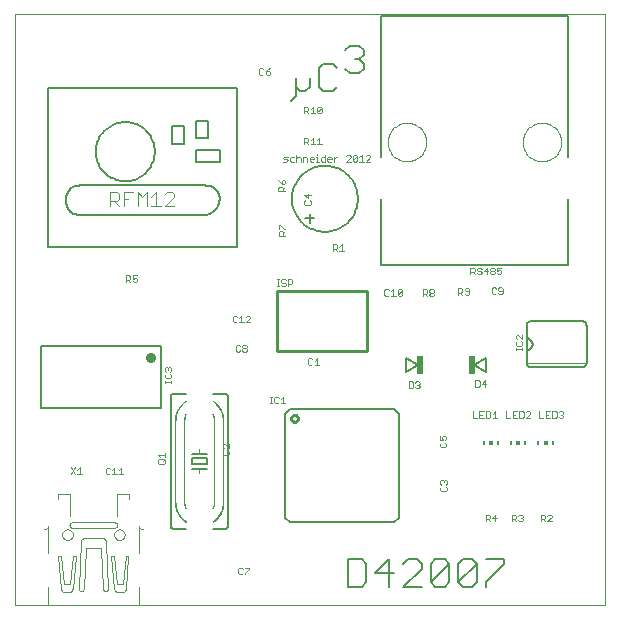
<source format=gto>
G75*
G70*
%OFA0B0*%
%FSLAX24Y24*%
%IPPOS*%
%LPD*%
%AMOC8*
5,1,8,0,0,1.08239X$1,22.5*
%
%ADD10C,0.0000*%
%ADD11C,0.0080*%
%ADD12C,0.0020*%
%ADD13C,0.0001*%
%ADD14C,0.0060*%
%ADD15C,0.0100*%
%ADD16C,0.0050*%
%ADD17C,0.0040*%
%ADD18C,0.0348*%
%ADD19R,0.0059X0.0118*%
%ADD20R,0.0118X0.0118*%
%ADD21R,0.0240X0.0620*%
D10*
X000877Y000978D02*
X000877Y020663D01*
X020562Y020663D01*
X020562Y000978D01*
X000877Y000978D01*
X002456Y003313D02*
X002458Y003339D01*
X002464Y003365D01*
X002474Y003390D01*
X002487Y003413D01*
X002503Y003433D01*
X002523Y003451D01*
X002545Y003466D01*
X002568Y003478D01*
X002594Y003486D01*
X002620Y003490D01*
X002646Y003490D01*
X002672Y003486D01*
X002698Y003478D01*
X002722Y003466D01*
X002743Y003451D01*
X002763Y003433D01*
X002779Y003413D01*
X002792Y003390D01*
X002802Y003365D01*
X002808Y003339D01*
X002810Y003313D01*
X002808Y003287D01*
X002802Y003261D01*
X002792Y003236D01*
X002779Y003213D01*
X002763Y003193D01*
X002743Y003175D01*
X002721Y003160D01*
X002698Y003148D01*
X002672Y003140D01*
X002646Y003136D01*
X002620Y003136D01*
X002594Y003140D01*
X002568Y003148D01*
X002544Y003160D01*
X002523Y003175D01*
X002503Y003193D01*
X002487Y003213D01*
X002474Y003236D01*
X002464Y003261D01*
X002458Y003287D01*
X002456Y003313D01*
X004188Y003313D02*
X004190Y003339D01*
X004196Y003365D01*
X004206Y003390D01*
X004219Y003413D01*
X004235Y003433D01*
X004255Y003451D01*
X004277Y003466D01*
X004300Y003478D01*
X004326Y003486D01*
X004352Y003490D01*
X004378Y003490D01*
X004404Y003486D01*
X004430Y003478D01*
X004454Y003466D01*
X004475Y003451D01*
X004495Y003433D01*
X004511Y003413D01*
X004524Y003390D01*
X004534Y003365D01*
X004540Y003339D01*
X004542Y003313D01*
X004540Y003287D01*
X004534Y003261D01*
X004524Y003236D01*
X004511Y003213D01*
X004495Y003193D01*
X004475Y003175D01*
X004453Y003160D01*
X004430Y003148D01*
X004404Y003140D01*
X004378Y003136D01*
X004352Y003136D01*
X004326Y003140D01*
X004300Y003148D01*
X004276Y003160D01*
X004255Y003175D01*
X004235Y003193D01*
X004219Y003213D01*
X004206Y003236D01*
X004196Y003261D01*
X004190Y003287D01*
X004188Y003313D01*
X013310Y016402D02*
X013312Y016452D01*
X013318Y016502D01*
X013328Y016551D01*
X013341Y016600D01*
X013359Y016647D01*
X013380Y016693D01*
X013404Y016736D01*
X013432Y016778D01*
X013463Y016818D01*
X013497Y016855D01*
X013534Y016889D01*
X013574Y016920D01*
X013616Y016948D01*
X013659Y016972D01*
X013705Y016993D01*
X013752Y017011D01*
X013801Y017024D01*
X013850Y017034D01*
X013900Y017040D01*
X013950Y017042D01*
X014000Y017040D01*
X014050Y017034D01*
X014099Y017024D01*
X014148Y017011D01*
X014195Y016993D01*
X014241Y016972D01*
X014284Y016948D01*
X014326Y016920D01*
X014366Y016889D01*
X014403Y016855D01*
X014437Y016818D01*
X014468Y016778D01*
X014496Y016736D01*
X014520Y016693D01*
X014541Y016647D01*
X014559Y016600D01*
X014572Y016551D01*
X014582Y016502D01*
X014588Y016452D01*
X014590Y016402D01*
X014588Y016352D01*
X014582Y016302D01*
X014572Y016253D01*
X014559Y016204D01*
X014541Y016157D01*
X014520Y016111D01*
X014496Y016068D01*
X014468Y016026D01*
X014437Y015986D01*
X014403Y015949D01*
X014366Y015915D01*
X014326Y015884D01*
X014284Y015856D01*
X014241Y015832D01*
X014195Y015811D01*
X014148Y015793D01*
X014099Y015780D01*
X014050Y015770D01*
X014000Y015764D01*
X013950Y015762D01*
X013900Y015764D01*
X013850Y015770D01*
X013801Y015780D01*
X013752Y015793D01*
X013705Y015811D01*
X013659Y015832D01*
X013616Y015856D01*
X013574Y015884D01*
X013534Y015915D01*
X013497Y015949D01*
X013463Y015986D01*
X013432Y016026D01*
X013404Y016068D01*
X013380Y016111D01*
X013359Y016157D01*
X013341Y016204D01*
X013328Y016253D01*
X013318Y016302D01*
X013312Y016352D01*
X013310Y016402D01*
X017810Y016402D02*
X017812Y016452D01*
X017818Y016502D01*
X017828Y016551D01*
X017841Y016600D01*
X017859Y016647D01*
X017880Y016693D01*
X017904Y016736D01*
X017932Y016778D01*
X017963Y016818D01*
X017997Y016855D01*
X018034Y016889D01*
X018074Y016920D01*
X018116Y016948D01*
X018159Y016972D01*
X018205Y016993D01*
X018252Y017011D01*
X018301Y017024D01*
X018350Y017034D01*
X018400Y017040D01*
X018450Y017042D01*
X018500Y017040D01*
X018550Y017034D01*
X018599Y017024D01*
X018648Y017011D01*
X018695Y016993D01*
X018741Y016972D01*
X018784Y016948D01*
X018826Y016920D01*
X018866Y016889D01*
X018903Y016855D01*
X018937Y016818D01*
X018968Y016778D01*
X018996Y016736D01*
X019020Y016693D01*
X019041Y016647D01*
X019059Y016600D01*
X019072Y016551D01*
X019082Y016502D01*
X019088Y016452D01*
X019090Y016402D01*
X019088Y016352D01*
X019082Y016302D01*
X019072Y016253D01*
X019059Y016204D01*
X019041Y016157D01*
X019020Y016111D01*
X018996Y016068D01*
X018968Y016026D01*
X018937Y015986D01*
X018903Y015949D01*
X018866Y015915D01*
X018826Y015884D01*
X018784Y015856D01*
X018741Y015832D01*
X018695Y015811D01*
X018648Y015793D01*
X018599Y015780D01*
X018550Y015770D01*
X018500Y015764D01*
X018450Y015762D01*
X018400Y015764D01*
X018350Y015770D01*
X018301Y015780D01*
X018252Y015793D01*
X018205Y015811D01*
X018159Y015832D01*
X018116Y015856D01*
X018074Y015884D01*
X018034Y015915D01*
X017997Y015949D01*
X017963Y015986D01*
X017932Y016026D01*
X017904Y016068D01*
X017880Y016111D01*
X017859Y016157D01*
X017841Y016204D01*
X017828Y016253D01*
X017818Y016302D01*
X017812Y016352D01*
X017810Y016402D01*
D11*
X019311Y015895D02*
X019311Y020615D01*
X013090Y020615D01*
X013090Y015891D01*
X013090Y014513D02*
X013090Y012308D01*
X019311Y012308D01*
X019311Y014517D01*
X016587Y009198D02*
X016587Y008725D01*
X016194Y008961D01*
X016587Y009198D01*
X014317Y008978D02*
X013923Y009214D01*
X013923Y008742D01*
X014317Y008978D01*
X013512Y007503D02*
X013670Y007346D01*
X013670Y003881D01*
X013512Y003724D01*
X010048Y003724D01*
X009890Y003881D01*
X009890Y007346D01*
X010048Y007503D01*
X013512Y007503D01*
X013361Y002490D02*
X012901Y002029D01*
X013514Y002029D01*
X013821Y002336D02*
X013975Y002490D01*
X014282Y002490D01*
X014435Y002336D01*
X014435Y002183D01*
X013821Y001569D01*
X014435Y001569D01*
X014742Y001722D02*
X015356Y002336D01*
X015356Y001722D01*
X015202Y001569D01*
X014896Y001569D01*
X014742Y001722D01*
X014742Y002336D01*
X014896Y002490D01*
X015202Y002490D01*
X015356Y002336D01*
X015663Y002336D02*
X015816Y002490D01*
X016123Y002490D01*
X016277Y002336D01*
X015663Y001722D01*
X015816Y001569D01*
X016123Y001569D01*
X016277Y001722D01*
X016277Y002336D01*
X016584Y002490D02*
X017197Y002490D01*
X017197Y002336D01*
X016584Y001722D01*
X016584Y001569D01*
X015663Y001722D02*
X015663Y002336D01*
X013361Y002490D02*
X013361Y001569D01*
X012594Y001722D02*
X012594Y002336D01*
X012440Y002490D01*
X011980Y002490D01*
X011980Y001569D01*
X012440Y001569D01*
X012594Y001722D01*
X005757Y007541D02*
X005757Y009589D01*
X001741Y009589D01*
X001741Y007541D01*
X005757Y007541D01*
X010090Y017783D02*
X010244Y017936D01*
X010244Y018243D01*
X010397Y018089D01*
X010551Y018089D01*
X010704Y018243D01*
X010704Y018550D01*
X011011Y018857D02*
X011011Y018243D01*
X011165Y018089D01*
X011472Y018089D01*
X011625Y018243D01*
X012055Y018695D02*
X011901Y018848D01*
X012055Y018695D02*
X012361Y018695D01*
X012515Y018848D01*
X012515Y019002D01*
X012361Y019155D01*
X012208Y019155D01*
X012361Y019155D02*
X012515Y019309D01*
X012515Y019462D01*
X012361Y019616D01*
X012055Y019616D01*
X011901Y019462D01*
X011472Y019010D02*
X011165Y019010D01*
X011011Y018857D01*
X011472Y019010D02*
X011625Y018857D01*
X010244Y018550D02*
X010244Y018243D01*
D12*
X010519Y017574D02*
X010629Y017574D01*
X010666Y017537D01*
X010666Y017464D01*
X010629Y017427D01*
X010519Y017427D01*
X010592Y017427D02*
X010666Y017354D01*
X010740Y017354D02*
X010886Y017354D01*
X010813Y017354D02*
X010813Y017574D01*
X010740Y017501D01*
X010961Y017537D02*
X010997Y017574D01*
X011071Y017574D01*
X011107Y017537D01*
X010961Y017390D01*
X010997Y017354D01*
X011071Y017354D01*
X011107Y017390D01*
X011107Y017537D01*
X010961Y017537D02*
X010961Y017390D01*
X010519Y017354D02*
X010519Y017574D01*
X010519Y016550D02*
X010629Y016550D01*
X010666Y016514D01*
X010666Y016440D01*
X010629Y016404D01*
X010519Y016404D01*
X010592Y016404D02*
X010666Y016330D01*
X010740Y016330D02*
X010886Y016330D01*
X010813Y016330D02*
X010813Y016550D01*
X010740Y016477D01*
X010961Y016477D02*
X011034Y016550D01*
X011034Y016330D01*
X010961Y016330D02*
X011107Y016330D01*
X010965Y016008D02*
X010965Y015972D01*
X010965Y015898D02*
X010965Y015751D01*
X010929Y015751D02*
X011002Y015751D01*
X011076Y015788D02*
X011113Y015751D01*
X011223Y015751D01*
X011223Y015972D01*
X011223Y015898D02*
X011113Y015898D01*
X011076Y015861D01*
X011076Y015788D01*
X010965Y015898D02*
X010929Y015898D01*
X010855Y015861D02*
X010855Y015825D01*
X010708Y015825D01*
X010708Y015861D02*
X010744Y015898D01*
X010818Y015898D01*
X010855Y015861D01*
X010818Y015751D02*
X010744Y015751D01*
X010708Y015788D01*
X010708Y015861D01*
X010634Y015861D02*
X010634Y015751D01*
X010634Y015861D02*
X010597Y015898D01*
X010487Y015898D01*
X010487Y015751D01*
X010413Y015751D02*
X010413Y015861D01*
X010376Y015898D01*
X010303Y015898D01*
X010266Y015861D01*
X010192Y015898D02*
X010082Y015898D01*
X010045Y015861D01*
X010045Y015788D01*
X010082Y015751D01*
X010192Y015751D01*
X010266Y015751D02*
X010266Y015972D01*
X009971Y015898D02*
X009861Y015898D01*
X009824Y015861D01*
X009861Y015825D01*
X009934Y015825D01*
X009971Y015788D01*
X009934Y015751D01*
X009824Y015751D01*
X009812Y015141D02*
X009775Y015104D01*
X009775Y014994D01*
X009848Y014994D01*
X009885Y015031D01*
X009885Y015104D01*
X009848Y015141D01*
X009812Y015141D01*
X009702Y015067D02*
X009775Y014994D01*
X009775Y014920D02*
X009812Y014883D01*
X009812Y014773D01*
X009885Y014773D02*
X009665Y014773D01*
X009665Y014883D01*
X009702Y014920D01*
X009775Y014920D01*
X009812Y014846D02*
X009885Y014920D01*
X009702Y015067D02*
X009665Y015141D01*
X010525Y014639D02*
X010636Y014528D01*
X010636Y014675D01*
X010746Y014639D02*
X010525Y014639D01*
X010562Y014454D02*
X010525Y014418D01*
X010525Y014344D01*
X010562Y014307D01*
X010709Y014307D01*
X010746Y014344D01*
X010746Y014418D01*
X010709Y014454D01*
X009893Y013502D02*
X009857Y013502D01*
X009710Y013649D01*
X009673Y013649D01*
X009673Y013502D01*
X009710Y013428D02*
X009673Y013391D01*
X009673Y013281D01*
X009893Y013281D01*
X009820Y013281D02*
X009820Y013391D01*
X009783Y013428D01*
X009710Y013428D01*
X009820Y013355D02*
X009893Y013428D01*
X009868Y011824D02*
X009794Y011824D01*
X009758Y011787D01*
X009758Y011751D01*
X009794Y011714D01*
X009868Y011714D01*
X009904Y011677D01*
X009904Y011641D01*
X009868Y011604D01*
X009794Y011604D01*
X009758Y011641D01*
X009684Y011604D02*
X009610Y011604D01*
X009647Y011604D02*
X009647Y011824D01*
X009610Y011824D02*
X009684Y011824D01*
X009868Y011824D02*
X009904Y011787D01*
X009979Y011824D02*
X010089Y011824D01*
X010125Y011787D01*
X010125Y011714D01*
X010089Y011677D01*
X009979Y011677D01*
X009979Y011604D02*
X009979Y011824D01*
X008723Y010574D02*
X008687Y010611D01*
X008613Y010611D01*
X008577Y010574D01*
X008723Y010574D02*
X008723Y010538D01*
X008577Y010391D01*
X008723Y010391D01*
X008502Y010391D02*
X008356Y010391D01*
X008429Y010391D02*
X008429Y010611D01*
X008356Y010538D01*
X008281Y010574D02*
X008245Y010611D01*
X008171Y010611D01*
X008135Y010574D01*
X008135Y010428D01*
X008171Y010391D01*
X008245Y010391D01*
X008281Y010428D01*
X008280Y009638D02*
X008244Y009601D01*
X008244Y009454D01*
X008280Y009418D01*
X008354Y009418D01*
X008390Y009454D01*
X008465Y009454D02*
X008465Y009491D01*
X008501Y009528D01*
X008575Y009528D01*
X008611Y009491D01*
X008611Y009454D01*
X008575Y009418D01*
X008501Y009418D01*
X008465Y009454D01*
X008501Y009528D02*
X008465Y009564D01*
X008465Y009601D01*
X008501Y009638D01*
X008575Y009638D01*
X008611Y009601D01*
X008611Y009564D01*
X008575Y009528D01*
X008390Y009601D02*
X008354Y009638D01*
X008280Y009638D01*
X009380Y007909D02*
X009453Y007909D01*
X009416Y007909D02*
X009416Y007688D01*
X009380Y007688D02*
X009453Y007688D01*
X009527Y007725D02*
X009527Y007872D01*
X009564Y007909D01*
X009637Y007909D01*
X009674Y007872D01*
X009748Y007835D02*
X009821Y007909D01*
X009821Y007688D01*
X009748Y007688D02*
X009895Y007688D01*
X009674Y007725D02*
X009637Y007688D01*
X009564Y007688D01*
X009527Y007725D01*
X010689Y008970D02*
X010763Y008970D01*
X010799Y009007D01*
X010874Y008970D02*
X011020Y008970D01*
X010947Y008970D02*
X010947Y009191D01*
X010874Y009117D01*
X010799Y009154D02*
X010763Y009191D01*
X010689Y009191D01*
X010653Y009154D01*
X010653Y009007D01*
X010689Y008970D01*
X013201Y011316D02*
X013201Y011463D01*
X013238Y011500D01*
X013311Y011500D01*
X013348Y011463D01*
X013422Y011426D02*
X013495Y011500D01*
X013495Y011279D01*
X013422Y011279D02*
X013569Y011279D01*
X013643Y011316D02*
X013790Y011463D01*
X013790Y011316D01*
X013753Y011279D01*
X013680Y011279D01*
X013643Y011316D01*
X013643Y011463D01*
X013680Y011500D01*
X013753Y011500D01*
X013790Y011463D01*
X013348Y011316D02*
X013311Y011279D01*
X013238Y011279D01*
X013201Y011316D01*
X014478Y011344D02*
X014588Y011344D01*
X014625Y011381D01*
X014625Y011455D01*
X014588Y011491D01*
X014478Y011491D01*
X014478Y011271D01*
X014551Y011344D02*
X014625Y011271D01*
X014699Y011308D02*
X014699Y011344D01*
X014735Y011381D01*
X014809Y011381D01*
X014846Y011344D01*
X014846Y011308D01*
X014809Y011271D01*
X014735Y011271D01*
X014699Y011308D01*
X014735Y011381D02*
X014699Y011418D01*
X014699Y011455D01*
X014735Y011491D01*
X014809Y011491D01*
X014846Y011455D01*
X014846Y011418D01*
X014809Y011381D01*
X015651Y011386D02*
X015761Y011386D01*
X015798Y011423D01*
X015798Y011496D01*
X015761Y011533D01*
X015651Y011533D01*
X015651Y011312D01*
X015725Y011386D02*
X015798Y011312D01*
X015872Y011349D02*
X015909Y011312D01*
X015982Y011312D01*
X016019Y011349D01*
X016019Y011496D01*
X015982Y011533D01*
X015909Y011533D01*
X015872Y011496D01*
X015872Y011459D01*
X015909Y011423D01*
X016019Y011423D01*
X016067Y011992D02*
X016067Y012212D01*
X016177Y012212D01*
X016214Y012175D01*
X016214Y012102D01*
X016177Y012065D01*
X016067Y012065D01*
X016141Y012065D02*
X016214Y011992D01*
X016288Y012029D02*
X016325Y011992D01*
X016398Y011992D01*
X016435Y012029D01*
X016435Y012065D01*
X016398Y012102D01*
X016325Y012102D01*
X016288Y012139D01*
X016288Y012175D01*
X016325Y012212D01*
X016398Y012212D01*
X016435Y012175D01*
X016509Y012102D02*
X016656Y012102D01*
X016730Y012065D02*
X016767Y012102D01*
X016840Y012102D01*
X016877Y012065D01*
X016877Y012029D01*
X016840Y011992D01*
X016767Y011992D01*
X016730Y012029D01*
X016730Y012065D01*
X016767Y012102D02*
X016730Y012139D01*
X016730Y012175D01*
X016767Y012212D01*
X016840Y012212D01*
X016877Y012175D01*
X016877Y012139D01*
X016840Y012102D01*
X016951Y012102D02*
X017024Y012139D01*
X017061Y012139D01*
X017098Y012102D01*
X017098Y012029D01*
X017061Y011992D01*
X016988Y011992D01*
X016951Y012029D01*
X016951Y012102D02*
X016951Y012212D01*
X017098Y012212D01*
X016619Y012212D02*
X016509Y012102D01*
X016619Y011992D02*
X016619Y012212D01*
X016804Y011555D02*
X016768Y011518D01*
X016768Y011372D01*
X016804Y011335D01*
X016878Y011335D01*
X016914Y011372D01*
X016989Y011372D02*
X017025Y011335D01*
X017099Y011335D01*
X017135Y011372D01*
X017135Y011518D01*
X017099Y011555D01*
X017025Y011555D01*
X016989Y011518D01*
X016989Y011482D01*
X017025Y011445D01*
X017135Y011445D01*
X016914Y011518D02*
X016878Y011555D01*
X016804Y011555D01*
X017610Y009980D02*
X017573Y009943D01*
X017573Y009870D01*
X017610Y009833D01*
X017610Y009759D02*
X017573Y009722D01*
X017573Y009649D01*
X017610Y009612D01*
X017756Y009612D01*
X017793Y009649D01*
X017793Y009722D01*
X017756Y009759D01*
X017793Y009833D02*
X017646Y009980D01*
X017610Y009980D01*
X017793Y009980D02*
X017793Y009833D01*
X017793Y009538D02*
X017793Y009465D01*
X017793Y009502D02*
X017573Y009502D01*
X017573Y009538D02*
X017573Y009465D01*
X017935Y009033D02*
X019935Y009033D01*
X019122Y007424D02*
X019159Y007388D01*
X019159Y007351D01*
X019122Y007314D01*
X019159Y007278D01*
X019159Y007241D01*
X019122Y007204D01*
X019049Y007204D01*
X019012Y007241D01*
X018938Y007241D02*
X018938Y007388D01*
X018901Y007424D01*
X018791Y007424D01*
X018791Y007204D01*
X018901Y007204D01*
X018938Y007241D01*
X019012Y007388D02*
X019049Y007424D01*
X019122Y007424D01*
X019122Y007314D02*
X019086Y007314D01*
X018717Y007204D02*
X018570Y007204D01*
X018570Y007424D01*
X018717Y007424D01*
X018644Y007314D02*
X018570Y007314D01*
X018496Y007204D02*
X018349Y007204D01*
X018349Y007424D01*
X018057Y007388D02*
X018020Y007424D01*
X017947Y007424D01*
X017910Y007388D01*
X017836Y007388D02*
X017799Y007424D01*
X017689Y007424D01*
X017689Y007204D01*
X017799Y007204D01*
X017836Y007241D01*
X017836Y007388D01*
X017910Y007204D02*
X018057Y007351D01*
X018057Y007388D01*
X018057Y007204D02*
X017910Y007204D01*
X017615Y007204D02*
X017468Y007204D01*
X017468Y007424D01*
X017615Y007424D01*
X017541Y007314D02*
X017468Y007314D01*
X017394Y007204D02*
X017247Y007204D01*
X017247Y007424D01*
X016954Y007204D02*
X016808Y007204D01*
X016881Y007204D02*
X016881Y007424D01*
X016808Y007351D01*
X016733Y007388D02*
X016697Y007424D01*
X016587Y007424D01*
X016587Y007204D01*
X016697Y007204D01*
X016733Y007241D01*
X016733Y007388D01*
X016512Y007424D02*
X016366Y007424D01*
X016366Y007204D01*
X016512Y007204D01*
X016439Y007314D02*
X016366Y007314D01*
X016291Y007204D02*
X016145Y007204D01*
X016145Y007424D01*
X016223Y008240D02*
X016333Y008240D01*
X016370Y008277D01*
X016370Y008424D01*
X016333Y008461D01*
X016223Y008461D01*
X016223Y008240D01*
X016444Y008350D02*
X016591Y008350D01*
X016554Y008240D02*
X016554Y008461D01*
X016444Y008350D01*
X015231Y006602D02*
X015157Y006602D01*
X015121Y006565D01*
X015121Y006529D01*
X015157Y006455D01*
X015047Y006455D01*
X015047Y006602D01*
X015231Y006602D02*
X015267Y006565D01*
X015267Y006492D01*
X015231Y006455D01*
X015231Y006381D02*
X015267Y006344D01*
X015267Y006271D01*
X015231Y006234D01*
X015084Y006234D01*
X015047Y006271D01*
X015047Y006344D01*
X015084Y006381D01*
X015101Y005133D02*
X015137Y005133D01*
X015174Y005096D01*
X015211Y005133D01*
X015247Y005133D01*
X015284Y005096D01*
X015284Y005023D01*
X015247Y004986D01*
X015247Y004912D02*
X015284Y004875D01*
X015284Y004802D01*
X015247Y004765D01*
X015101Y004765D01*
X015064Y004802D01*
X015064Y004875D01*
X015101Y004912D01*
X015101Y004986D02*
X015064Y005023D01*
X015064Y005096D01*
X015101Y005133D01*
X015174Y005096D02*
X015174Y005060D01*
X016569Y003980D02*
X016569Y003760D01*
X016569Y003833D02*
X016679Y003833D01*
X016716Y003870D01*
X016716Y003943D01*
X016679Y003980D01*
X016569Y003980D01*
X016642Y003833D02*
X016716Y003760D01*
X016790Y003870D02*
X016936Y003870D01*
X016900Y003980D02*
X016790Y003870D01*
X016900Y003760D02*
X016900Y003980D01*
X017442Y003981D02*
X017442Y003761D01*
X017442Y003834D02*
X017552Y003834D01*
X017589Y003871D01*
X017589Y003944D01*
X017552Y003981D01*
X017442Y003981D01*
X017516Y003834D02*
X017589Y003761D01*
X017663Y003798D02*
X017700Y003761D01*
X017773Y003761D01*
X017810Y003798D01*
X017810Y003834D01*
X017773Y003871D01*
X017737Y003871D01*
X017773Y003871D02*
X017810Y003908D01*
X017810Y003944D01*
X017773Y003981D01*
X017700Y003981D01*
X017663Y003944D01*
X018407Y003982D02*
X018407Y003762D01*
X018407Y003835D02*
X018517Y003835D01*
X018554Y003872D01*
X018554Y003946D01*
X018517Y003982D01*
X018407Y003982D01*
X018481Y003835D02*
X018554Y003762D01*
X018628Y003762D02*
X018775Y003909D01*
X018775Y003946D01*
X018738Y003982D01*
X018665Y003982D01*
X018628Y003946D01*
X018628Y003762D02*
X018775Y003762D01*
X014333Y008201D02*
X014259Y008201D01*
X014223Y008238D01*
X014149Y008238D02*
X014149Y008384D01*
X014112Y008421D01*
X014002Y008421D01*
X014002Y008201D01*
X014112Y008201D01*
X014149Y008238D01*
X014223Y008384D02*
X014259Y008421D01*
X014333Y008421D01*
X014370Y008384D01*
X014370Y008348D01*
X014333Y008311D01*
X014370Y008274D01*
X014370Y008238D01*
X014333Y008201D01*
X014333Y008311D02*
X014296Y008311D01*
X011844Y012772D02*
X011697Y012772D01*
X011771Y012772D02*
X011771Y012992D01*
X011697Y012919D01*
X011623Y012956D02*
X011586Y012992D01*
X011476Y012992D01*
X011476Y012772D01*
X011476Y012846D02*
X011586Y012846D01*
X011623Y012882D01*
X011623Y012956D01*
X011550Y012846D02*
X011623Y012772D01*
X011518Y015751D02*
X011518Y015898D01*
X011518Y015825D02*
X011591Y015898D01*
X011628Y015898D01*
X011444Y015861D02*
X011444Y015825D01*
X011297Y015825D01*
X011297Y015861D02*
X011334Y015898D01*
X011407Y015898D01*
X011444Y015861D01*
X011407Y015751D02*
X011334Y015751D01*
X011297Y015788D01*
X011297Y015861D01*
X011923Y015935D02*
X011960Y015972D01*
X012033Y015972D01*
X012070Y015935D01*
X012070Y015898D01*
X011923Y015751D01*
X012070Y015751D01*
X012144Y015788D02*
X012291Y015935D01*
X012291Y015788D01*
X012254Y015751D01*
X012181Y015751D01*
X012144Y015788D01*
X012144Y015935D01*
X012181Y015972D01*
X012254Y015972D01*
X012291Y015935D01*
X012365Y015898D02*
X012439Y015972D01*
X012439Y015751D01*
X012512Y015751D02*
X012365Y015751D01*
X012586Y015751D02*
X012733Y015898D01*
X012733Y015935D01*
X012696Y015972D01*
X012623Y015972D01*
X012586Y015935D01*
X012586Y015751D02*
X012733Y015751D01*
X010519Y016330D02*
X010519Y016550D01*
X009345Y018649D02*
X009382Y018686D01*
X009382Y018722D01*
X009345Y018759D01*
X009235Y018759D01*
X009309Y018833D01*
X009382Y018869D01*
X009235Y018759D02*
X009235Y018686D01*
X009272Y018649D01*
X009345Y018649D01*
X009161Y018686D02*
X009124Y018649D01*
X009051Y018649D01*
X009014Y018686D01*
X009014Y018833D01*
X009051Y018869D01*
X009124Y018869D01*
X009161Y018833D01*
X004951Y011956D02*
X004804Y011956D01*
X004804Y011846D01*
X004877Y011883D01*
X004914Y011883D01*
X004951Y011846D01*
X004951Y011773D01*
X004914Y011736D01*
X004840Y011736D01*
X004804Y011773D01*
X004730Y011736D02*
X004656Y011810D01*
X004693Y011810D02*
X004583Y011810D01*
X004583Y011736D02*
X004583Y011956D01*
X004693Y011956D01*
X004730Y011920D01*
X004730Y011846D01*
X004693Y011810D01*
X005912Y008893D02*
X005948Y008893D01*
X005985Y008856D01*
X006022Y008893D01*
X006059Y008893D01*
X006095Y008856D01*
X006095Y008783D01*
X006059Y008746D01*
X006059Y008672D02*
X006095Y008635D01*
X006095Y008562D01*
X006059Y008525D01*
X005912Y008525D01*
X005875Y008562D01*
X005875Y008635D01*
X005912Y008672D01*
X005912Y008746D02*
X005875Y008783D01*
X005875Y008856D01*
X005912Y008893D01*
X005985Y008856D02*
X005985Y008820D01*
X005875Y008451D02*
X005875Y008378D01*
X005875Y008415D02*
X006095Y008415D01*
X006095Y008451D02*
X006095Y008378D01*
X006224Y007110D02*
X006224Y004410D01*
X006524Y004410D02*
X006524Y007110D01*
X007024Y006160D02*
X007024Y006010D01*
X007024Y005510D02*
X007024Y005360D01*
X007802Y006009D02*
X007802Y006083D01*
X007839Y006119D01*
X007839Y006194D02*
X007802Y006230D01*
X007802Y006304D01*
X007839Y006340D01*
X007875Y006340D01*
X008022Y006194D01*
X008022Y006340D01*
X007986Y006119D02*
X008022Y006083D01*
X008022Y006009D01*
X007986Y005973D01*
X007839Y005973D01*
X007802Y006009D01*
X007824Y007110D02*
X007824Y004410D01*
X007524Y004410D02*
X007524Y007110D01*
X005879Y006049D02*
X005879Y005902D01*
X005879Y005975D02*
X005659Y005975D01*
X005732Y005902D01*
X005695Y005828D02*
X005842Y005828D01*
X005879Y005791D01*
X005879Y005717D01*
X005842Y005681D01*
X005695Y005681D01*
X005659Y005717D01*
X005659Y005791D01*
X005695Y005828D01*
X005805Y005754D02*
X005879Y005828D01*
X004493Y005321D02*
X004346Y005321D01*
X004420Y005321D02*
X004420Y005541D01*
X004346Y005468D01*
X004199Y005541D02*
X004199Y005321D01*
X004272Y005321D02*
X004125Y005321D01*
X004051Y005358D02*
X004014Y005321D01*
X003941Y005321D01*
X003904Y005358D01*
X003904Y005504D01*
X003941Y005541D01*
X004014Y005541D01*
X004051Y005504D01*
X004125Y005468D02*
X004199Y005541D01*
X003111Y005334D02*
X002965Y005334D01*
X003038Y005334D02*
X003038Y005555D01*
X002965Y005481D01*
X002891Y005555D02*
X002744Y005334D01*
X002891Y005334D02*
X002744Y005555D01*
X008331Y002180D02*
X008331Y002033D01*
X008367Y001996D01*
X008441Y001996D01*
X008478Y002033D01*
X008552Y002033D02*
X008552Y001996D01*
X008552Y002033D02*
X008699Y002180D01*
X008699Y002217D01*
X008552Y002217D01*
X008478Y002180D02*
X008441Y002217D01*
X008367Y002217D01*
X008331Y002180D01*
D13*
X006515Y004410D02*
X006534Y004410D01*
X006533Y004410D02*
X006534Y004373D01*
X006539Y004336D01*
X006545Y004300D01*
X006555Y004265D01*
X006567Y004230D01*
X006582Y004196D01*
X006565Y004189D01*
X006565Y004188D01*
X006549Y004223D01*
X006537Y004259D01*
X006527Y004296D01*
X006520Y004333D01*
X006515Y004371D01*
X006514Y004410D01*
X006515Y004410D01*
X006516Y004371D01*
X006521Y004334D01*
X006528Y004296D01*
X006538Y004259D01*
X006550Y004223D01*
X006566Y004189D01*
X006567Y004189D01*
X006551Y004224D01*
X006539Y004260D01*
X006529Y004296D01*
X006522Y004334D01*
X006517Y004372D01*
X006516Y004410D01*
X006517Y004410D01*
X006518Y004372D01*
X006523Y004334D01*
X006530Y004297D01*
X006540Y004260D01*
X006552Y004224D01*
X006567Y004189D01*
X006568Y004190D01*
X006553Y004225D01*
X006541Y004260D01*
X006531Y004297D01*
X006524Y004334D01*
X006519Y004372D01*
X006518Y004410D01*
X006519Y004410D01*
X006520Y004372D01*
X006525Y004334D01*
X006532Y004297D01*
X006542Y004261D01*
X006554Y004225D01*
X006569Y004190D01*
X006570Y004191D01*
X006555Y004225D01*
X006543Y004261D01*
X006533Y004297D01*
X006526Y004334D01*
X006521Y004372D01*
X006520Y004410D01*
X006521Y004410D01*
X006522Y004372D01*
X006527Y004334D01*
X006534Y004298D01*
X006544Y004261D01*
X006556Y004226D01*
X006571Y004191D01*
X006572Y004192D01*
X006557Y004226D01*
X006544Y004261D01*
X006535Y004298D01*
X006528Y004335D01*
X006523Y004372D01*
X006522Y004410D01*
X006523Y004410D01*
X006524Y004372D01*
X006529Y004335D01*
X006536Y004298D01*
X006545Y004262D01*
X006558Y004226D01*
X006573Y004192D01*
X006574Y004192D01*
X006559Y004227D01*
X006546Y004262D01*
X006537Y004298D01*
X006530Y004335D01*
X006525Y004372D01*
X006524Y004410D01*
X006525Y004410D01*
X006526Y004372D01*
X006531Y004335D01*
X006538Y004298D01*
X006547Y004262D01*
X006560Y004227D01*
X006575Y004193D01*
X006576Y004193D01*
X006561Y004228D01*
X006548Y004263D01*
X006539Y004299D01*
X006532Y004335D01*
X006527Y004372D01*
X006526Y004410D01*
X006527Y004410D01*
X006528Y004372D01*
X006533Y004335D01*
X006540Y004299D01*
X006549Y004263D01*
X006562Y004228D01*
X006576Y004194D01*
X006577Y004194D01*
X006563Y004228D01*
X006550Y004263D01*
X006541Y004299D01*
X006534Y004336D01*
X006529Y004372D01*
X006528Y004410D01*
X006529Y004410D01*
X006530Y004372D01*
X006535Y004336D01*
X006542Y004299D01*
X006551Y004264D01*
X006563Y004229D01*
X006578Y004195D01*
X006579Y004195D01*
X006564Y004229D01*
X006552Y004264D01*
X006543Y004300D01*
X006536Y004336D01*
X006531Y004373D01*
X006530Y004410D01*
X006531Y004410D01*
X006532Y004373D01*
X006537Y004336D01*
X006543Y004300D01*
X006553Y004264D01*
X006565Y004229D01*
X006580Y004196D01*
X006581Y004196D01*
X006566Y004230D01*
X006554Y004264D01*
X006544Y004300D01*
X006538Y004336D01*
X006533Y004373D01*
X006532Y004410D01*
X007483Y004189D02*
X007466Y004197D01*
X007466Y004196D02*
X007481Y004230D01*
X007493Y004265D01*
X007503Y004300D01*
X007509Y004336D01*
X007514Y004373D01*
X007515Y004410D01*
X007533Y004410D01*
X007534Y004410D01*
X007533Y004371D01*
X007528Y004333D01*
X007521Y004296D01*
X007511Y004259D01*
X007499Y004223D01*
X007483Y004188D01*
X007482Y004189D01*
X007498Y004223D01*
X007510Y004259D01*
X007520Y004296D01*
X007527Y004334D01*
X007532Y004371D01*
X007533Y004410D01*
X007532Y004410D01*
X007531Y004372D01*
X007526Y004334D01*
X007519Y004296D01*
X007509Y004260D01*
X007497Y004224D01*
X007481Y004189D01*
X007496Y004224D01*
X007508Y004260D01*
X007518Y004297D01*
X007525Y004334D01*
X007530Y004372D01*
X007531Y004410D01*
X007530Y004410D01*
X007529Y004372D01*
X007524Y004334D01*
X007517Y004297D01*
X007507Y004260D01*
X007495Y004225D01*
X007480Y004190D01*
X007479Y004190D01*
X007494Y004225D01*
X007506Y004261D01*
X007516Y004297D01*
X007523Y004334D01*
X007528Y004372D01*
X007529Y004410D01*
X007528Y004410D01*
X007527Y004372D01*
X007522Y004334D01*
X007515Y004297D01*
X007505Y004261D01*
X007493Y004225D01*
X007478Y004191D01*
X007477Y004191D01*
X007492Y004226D01*
X007504Y004261D01*
X007514Y004298D01*
X007521Y004334D01*
X007526Y004372D01*
X007527Y004410D01*
X007526Y004410D01*
X007525Y004372D01*
X007520Y004335D01*
X007513Y004298D01*
X007504Y004261D01*
X007491Y004226D01*
X007476Y004192D01*
X007475Y004192D01*
X007490Y004226D01*
X007503Y004262D01*
X007512Y004298D01*
X007519Y004335D01*
X007524Y004372D01*
X007525Y004410D01*
X007524Y004410D01*
X007523Y004372D01*
X007518Y004335D01*
X007511Y004298D01*
X007502Y004262D01*
X007489Y004227D01*
X007474Y004192D01*
X007473Y004193D01*
X007488Y004227D01*
X007501Y004262D01*
X007510Y004298D01*
X007517Y004335D01*
X007522Y004372D01*
X007523Y004410D01*
X007522Y004410D01*
X007521Y004372D01*
X007516Y004335D01*
X007509Y004299D01*
X007500Y004263D01*
X007487Y004228D01*
X007472Y004193D01*
X007472Y004194D01*
X007486Y004228D01*
X007499Y004263D01*
X007508Y004299D01*
X007515Y004335D01*
X007520Y004372D01*
X007521Y004410D01*
X007520Y004410D01*
X007519Y004372D01*
X007514Y004336D01*
X007507Y004299D01*
X007498Y004263D01*
X007485Y004228D01*
X007471Y004194D01*
X007470Y004195D01*
X007485Y004229D01*
X007497Y004264D01*
X007506Y004299D01*
X007513Y004336D01*
X007518Y004372D01*
X007519Y004410D01*
X007518Y004410D01*
X007517Y004373D01*
X007512Y004336D01*
X007505Y004300D01*
X007496Y004264D01*
X007484Y004229D01*
X007469Y004195D01*
X007468Y004196D01*
X007483Y004229D01*
X007495Y004264D01*
X007505Y004300D01*
X007511Y004336D01*
X007516Y004373D01*
X007517Y004410D01*
X007516Y004410D01*
X007515Y004373D01*
X007510Y004336D01*
X007504Y004300D01*
X007494Y004264D01*
X007482Y004230D01*
X007467Y004196D01*
X007480Y003741D02*
X007469Y003757D01*
X007469Y003756D02*
X007514Y003789D01*
X007556Y003824D01*
X007595Y003863D01*
X007632Y003903D01*
X007665Y003947D01*
X007696Y003992D01*
X007723Y004040D01*
X007747Y004089D01*
X007768Y004140D01*
X007785Y004193D01*
X007798Y004246D01*
X007807Y004300D01*
X007813Y004355D01*
X007815Y004410D01*
X007833Y004410D01*
X007834Y004410D01*
X007832Y004353D01*
X007826Y004297D01*
X007816Y004242D01*
X007803Y004187D01*
X007785Y004134D01*
X007765Y004082D01*
X007740Y004031D01*
X007712Y003982D01*
X007681Y003936D01*
X007646Y003891D01*
X007609Y003849D01*
X007568Y003810D01*
X007525Y003774D01*
X007480Y003741D01*
X007479Y003741D01*
X007525Y003775D01*
X007568Y003811D01*
X007608Y003850D01*
X007645Y003892D01*
X007680Y003936D01*
X007711Y003983D01*
X007739Y004032D01*
X007764Y004082D01*
X007785Y004134D01*
X007802Y004188D01*
X007815Y004242D01*
X007825Y004298D01*
X007831Y004353D01*
X007833Y004410D01*
X007832Y004410D01*
X007830Y004353D01*
X007824Y004298D01*
X007814Y004242D01*
X007801Y004188D01*
X007784Y004135D01*
X007763Y004083D01*
X007738Y004032D01*
X007710Y003983D01*
X007679Y003937D01*
X007645Y003893D01*
X007607Y003851D01*
X007567Y003812D01*
X007524Y003775D01*
X007479Y003742D01*
X007478Y003743D01*
X007524Y003776D01*
X007566Y003812D01*
X007606Y003851D01*
X007644Y003893D01*
X007678Y003937D01*
X007709Y003984D01*
X007737Y004033D01*
X007762Y004083D01*
X007783Y004135D01*
X007800Y004188D01*
X007813Y004243D01*
X007823Y004298D01*
X007829Y004354D01*
X007831Y004410D01*
X007830Y004410D01*
X007828Y004354D01*
X007822Y004298D01*
X007812Y004243D01*
X007799Y004189D01*
X007782Y004135D01*
X007761Y004083D01*
X007736Y004033D01*
X007709Y003985D01*
X007677Y003938D01*
X007643Y003894D01*
X007606Y003852D01*
X007566Y003813D01*
X007523Y003777D01*
X007478Y003744D01*
X007477Y003745D01*
X007522Y003778D01*
X007565Y003814D01*
X007605Y003853D01*
X007642Y003894D01*
X007677Y003939D01*
X007708Y003985D01*
X007736Y004033D01*
X007760Y004084D01*
X007781Y004136D01*
X007798Y004189D01*
X007811Y004243D01*
X007821Y004298D01*
X007827Y004354D01*
X007829Y004410D01*
X007828Y004410D01*
X007826Y004354D01*
X007820Y004298D01*
X007811Y004243D01*
X007797Y004189D01*
X007780Y004136D01*
X007759Y004084D01*
X007735Y004034D01*
X007707Y003986D01*
X007676Y003939D01*
X007642Y003895D01*
X007604Y003854D01*
X007564Y003815D01*
X007522Y003779D01*
X007477Y003746D01*
X007476Y003746D01*
X007521Y003779D01*
X007564Y003815D01*
X007604Y003854D01*
X007641Y003896D01*
X007675Y003940D01*
X007706Y003986D01*
X007734Y004034D01*
X007758Y004085D01*
X007779Y004136D01*
X007796Y004189D01*
X007810Y004243D01*
X007819Y004298D01*
X007825Y004354D01*
X007827Y004410D01*
X007826Y004410D01*
X007824Y004354D01*
X007818Y004298D01*
X007809Y004244D01*
X007795Y004190D01*
X007778Y004137D01*
X007757Y004085D01*
X007733Y004035D01*
X007705Y003987D01*
X007674Y003940D01*
X007640Y003896D01*
X007603Y003855D01*
X007563Y003816D01*
X007520Y003780D01*
X007476Y003747D01*
X007475Y003748D01*
X007520Y003781D01*
X007562Y003817D01*
X007602Y003856D01*
X007639Y003897D01*
X007673Y003941D01*
X007704Y003987D01*
X007732Y004035D01*
X007756Y004085D01*
X007777Y004137D01*
X007794Y004190D01*
X007808Y004244D01*
X007817Y004299D01*
X007823Y004354D01*
X007825Y004410D01*
X007824Y004410D01*
X007822Y004354D01*
X007816Y004299D01*
X007807Y004244D01*
X007793Y004190D01*
X007776Y004137D01*
X007755Y004086D01*
X007731Y004036D01*
X007703Y003988D01*
X007672Y003942D01*
X007638Y003898D01*
X007601Y003856D01*
X007562Y003818D01*
X007519Y003782D01*
X007474Y003749D01*
X007474Y003750D01*
X007519Y003782D01*
X007561Y003818D01*
X007601Y003857D01*
X007638Y003898D01*
X007672Y003942D01*
X007703Y003988D01*
X007730Y004036D01*
X007754Y004086D01*
X007775Y004138D01*
X007792Y004190D01*
X007806Y004244D01*
X007815Y004299D01*
X007821Y004354D01*
X007823Y004410D01*
X007822Y004410D01*
X007820Y004354D01*
X007814Y004299D01*
X007805Y004244D01*
X007791Y004191D01*
X007774Y004138D01*
X007754Y004087D01*
X007729Y004037D01*
X007702Y003989D01*
X007671Y003943D01*
X007637Y003899D01*
X007600Y003858D01*
X007560Y003819D01*
X007518Y003783D01*
X007473Y003750D01*
X007473Y003751D01*
X007517Y003784D01*
X007560Y003820D01*
X007599Y003858D01*
X007636Y003900D01*
X007670Y003943D01*
X007701Y003989D01*
X007728Y004037D01*
X007753Y004087D01*
X007773Y004138D01*
X007790Y004191D01*
X007804Y004245D01*
X007813Y004299D01*
X007819Y004354D01*
X007821Y004410D01*
X007820Y004410D01*
X007818Y004354D01*
X007812Y004299D01*
X007803Y004245D01*
X007789Y004191D01*
X007772Y004139D01*
X007752Y004087D01*
X007728Y004038D01*
X007700Y003990D01*
X007669Y003944D01*
X007635Y003900D01*
X007599Y003859D01*
X007559Y003821D01*
X007517Y003785D01*
X007472Y003752D01*
X007472Y003753D01*
X007516Y003786D01*
X007558Y003821D01*
X007598Y003860D01*
X007635Y003901D01*
X007668Y003944D01*
X007699Y003990D01*
X007727Y004038D01*
X007751Y004088D01*
X007771Y004139D01*
X007788Y004192D01*
X007802Y004245D01*
X007811Y004299D01*
X007817Y004354D01*
X007819Y004410D01*
X007818Y004410D01*
X007816Y004354D01*
X007810Y004300D01*
X007801Y004245D01*
X007787Y004192D01*
X007770Y004139D01*
X007750Y004088D01*
X007726Y004039D01*
X007698Y003991D01*
X007668Y003945D01*
X007634Y003902D01*
X007597Y003860D01*
X007558Y003822D01*
X007515Y003786D01*
X007471Y003754D01*
X007470Y003755D01*
X007515Y003787D01*
X007557Y003823D01*
X007596Y003861D01*
X007633Y003902D01*
X007667Y003946D01*
X007697Y003991D01*
X007725Y004039D01*
X007749Y004089D01*
X007770Y004140D01*
X007786Y004192D01*
X007800Y004246D01*
X007809Y004300D01*
X007815Y004354D01*
X007817Y004410D01*
X007816Y004410D01*
X007814Y004355D01*
X007808Y004300D01*
X007799Y004246D01*
X007786Y004192D01*
X007769Y004140D01*
X007748Y004089D01*
X007724Y004040D01*
X007697Y003992D01*
X007666Y003946D01*
X007632Y003903D01*
X007596Y003862D01*
X007556Y003823D01*
X007514Y003788D01*
X007470Y003755D01*
X006215Y004410D02*
X006234Y004410D01*
X006233Y004409D02*
X006235Y004355D01*
X006241Y004300D01*
X006250Y004246D01*
X006263Y004193D01*
X006280Y004140D01*
X006301Y004089D01*
X006325Y004040D01*
X006352Y003992D01*
X006383Y003947D01*
X006416Y003903D01*
X006453Y003862D01*
X006492Y003824D01*
X006534Y003789D01*
X006579Y003756D01*
X006568Y003741D01*
X006523Y003774D01*
X006480Y003810D01*
X006439Y003849D01*
X006402Y003891D01*
X006367Y003936D01*
X006336Y003982D01*
X006308Y004031D01*
X006284Y004082D01*
X006263Y004134D01*
X006245Y004187D01*
X006232Y004242D01*
X006222Y004297D01*
X006216Y004353D01*
X006214Y004409D01*
X006215Y004409D01*
X006217Y004353D01*
X006223Y004297D01*
X006233Y004242D01*
X006246Y004188D01*
X006263Y004134D01*
X006284Y004082D01*
X006309Y004032D01*
X006337Y003983D01*
X006368Y003936D01*
X006403Y003892D01*
X006440Y003850D01*
X006480Y003811D01*
X006523Y003775D01*
X006569Y003741D01*
X006569Y003742D01*
X006524Y003775D01*
X006481Y003812D01*
X006441Y003851D01*
X006403Y003893D01*
X006369Y003937D01*
X006338Y003983D01*
X006310Y004032D01*
X006285Y004083D01*
X006264Y004135D01*
X006247Y004188D01*
X006234Y004242D01*
X006224Y004298D01*
X006218Y004353D01*
X006216Y004409D01*
X006217Y004409D01*
X006219Y004353D01*
X006225Y004298D01*
X006235Y004243D01*
X006248Y004188D01*
X006265Y004135D01*
X006286Y004083D01*
X006311Y004033D01*
X006339Y003984D01*
X006370Y003937D01*
X006404Y003893D01*
X006442Y003851D01*
X006482Y003812D01*
X006524Y003776D01*
X006570Y003743D01*
X006570Y003744D01*
X006525Y003777D01*
X006482Y003813D01*
X006442Y003852D01*
X006405Y003894D01*
X006371Y003938D01*
X006339Y003984D01*
X006312Y004033D01*
X006287Y004083D01*
X006266Y004135D01*
X006249Y004188D01*
X006236Y004243D01*
X006226Y004298D01*
X006220Y004354D01*
X006218Y004409D01*
X006219Y004409D01*
X006221Y004354D01*
X006227Y004298D01*
X006237Y004243D01*
X006250Y004189D01*
X006267Y004136D01*
X006288Y004084D01*
X006312Y004033D01*
X006340Y003985D01*
X006371Y003939D01*
X006406Y003894D01*
X006443Y003853D01*
X006483Y003814D01*
X006526Y003778D01*
X006571Y003745D01*
X006571Y003746D01*
X006526Y003779D01*
X006484Y003815D01*
X006444Y003853D01*
X006407Y003895D01*
X006372Y003939D01*
X006341Y003986D01*
X006313Y004034D01*
X006289Y004084D01*
X006268Y004136D01*
X006251Y004189D01*
X006237Y004243D01*
X006228Y004298D01*
X006222Y004354D01*
X006220Y004409D01*
X006221Y004409D01*
X006223Y004354D01*
X006229Y004298D01*
X006238Y004243D01*
X006252Y004189D01*
X006269Y004136D01*
X006290Y004085D01*
X006314Y004034D01*
X006342Y003986D01*
X006373Y003940D01*
X006407Y003896D01*
X006444Y003854D01*
X006484Y003815D01*
X006527Y003779D01*
X006572Y003746D01*
X006572Y003747D01*
X006528Y003780D01*
X006485Y003816D01*
X006445Y003855D01*
X006408Y003896D01*
X006374Y003940D01*
X006343Y003987D01*
X006315Y004035D01*
X006291Y004085D01*
X006270Y004137D01*
X006253Y004190D01*
X006239Y004244D01*
X006230Y004298D01*
X006224Y004354D01*
X006222Y004409D01*
X006223Y004409D01*
X006225Y004354D01*
X006231Y004299D01*
X006240Y004244D01*
X006254Y004190D01*
X006271Y004137D01*
X006292Y004085D01*
X006316Y004035D01*
X006344Y003987D01*
X006375Y003941D01*
X006409Y003897D01*
X006446Y003856D01*
X006486Y003817D01*
X006528Y003781D01*
X006573Y003748D01*
X006574Y003749D01*
X006529Y003782D01*
X006486Y003818D01*
X006447Y003856D01*
X006410Y003898D01*
X006376Y003942D01*
X006345Y003988D01*
X006317Y004036D01*
X006293Y004086D01*
X006272Y004137D01*
X006255Y004190D01*
X006241Y004244D01*
X006232Y004299D01*
X006226Y004354D01*
X006224Y004409D01*
X006225Y004409D01*
X006227Y004354D01*
X006233Y004299D01*
X006242Y004244D01*
X006256Y004190D01*
X006273Y004138D01*
X006294Y004086D01*
X006318Y004036D01*
X006345Y003988D01*
X006376Y003942D01*
X006410Y003898D01*
X006447Y003857D01*
X006487Y003818D01*
X006529Y003782D01*
X006574Y003750D01*
X006575Y003750D01*
X006530Y003783D01*
X006488Y003819D01*
X006448Y003858D01*
X006411Y003899D01*
X006377Y003943D01*
X006346Y003989D01*
X006319Y004037D01*
X006294Y004087D01*
X006274Y004138D01*
X006257Y004191D01*
X006243Y004244D01*
X006234Y004299D01*
X006228Y004354D01*
X006226Y004409D01*
X006227Y004409D01*
X006229Y004354D01*
X006235Y004299D01*
X006244Y004245D01*
X006258Y004191D01*
X006275Y004138D01*
X006295Y004087D01*
X006320Y004037D01*
X006347Y003989D01*
X006378Y003943D01*
X006412Y003900D01*
X006449Y003858D01*
X006488Y003820D01*
X006531Y003784D01*
X006575Y003751D01*
X006576Y003752D01*
X006531Y003785D01*
X006489Y003821D01*
X006449Y003859D01*
X006413Y003900D01*
X006379Y003944D01*
X006348Y003990D01*
X006320Y004038D01*
X006296Y004087D01*
X006276Y004139D01*
X006259Y004191D01*
X006245Y004245D01*
X006236Y004299D01*
X006230Y004354D01*
X006228Y004409D01*
X006229Y004409D01*
X006231Y004354D01*
X006237Y004299D01*
X006246Y004245D01*
X006260Y004191D01*
X006277Y004139D01*
X006297Y004088D01*
X006321Y004038D01*
X006349Y003990D01*
X006380Y003944D01*
X006413Y003901D01*
X006450Y003860D01*
X006490Y003821D01*
X006532Y003786D01*
X006576Y003753D01*
X006577Y003754D01*
X006533Y003786D01*
X006490Y003822D01*
X006451Y003860D01*
X006414Y003902D01*
X006380Y003945D01*
X006350Y003991D01*
X006322Y004039D01*
X006298Y004088D01*
X006278Y004139D01*
X006261Y004192D01*
X006247Y004245D01*
X006238Y004300D01*
X006232Y004354D01*
X006230Y004409D01*
X006231Y004409D01*
X006233Y004354D01*
X006239Y004300D01*
X006248Y004245D01*
X006262Y004192D01*
X006278Y004140D01*
X006299Y004089D01*
X006323Y004039D01*
X006351Y003991D01*
X006381Y003946D01*
X006415Y003902D01*
X006452Y003861D01*
X006491Y003823D01*
X006533Y003787D01*
X006578Y003755D01*
X006534Y003788D01*
X006492Y003823D01*
X006452Y003862D01*
X006416Y003903D01*
X006382Y003946D01*
X006351Y003992D01*
X006324Y004040D01*
X006300Y004089D01*
X006279Y004140D01*
X006263Y004192D01*
X006249Y004246D01*
X006240Y004300D01*
X006234Y004355D01*
X006232Y004409D01*
X007833Y007109D02*
X007814Y007109D01*
X007815Y007110D02*
X007813Y007164D01*
X007807Y007219D01*
X007798Y007273D01*
X007785Y007326D01*
X007768Y007379D01*
X007747Y007430D01*
X007723Y007479D01*
X007696Y007527D01*
X007665Y007572D01*
X007631Y007616D01*
X007595Y007657D01*
X007556Y007695D01*
X007514Y007730D01*
X007469Y007763D01*
X007480Y007778D01*
X007525Y007745D01*
X007568Y007709D01*
X007609Y007670D01*
X007646Y007628D01*
X007681Y007583D01*
X007712Y007537D01*
X007740Y007488D01*
X007764Y007437D01*
X007785Y007385D01*
X007803Y007332D01*
X007816Y007277D01*
X007826Y007222D01*
X007832Y007166D01*
X007834Y007110D01*
X007833Y007110D01*
X007831Y007166D01*
X007825Y007222D01*
X007815Y007277D01*
X007802Y007331D01*
X007785Y007385D01*
X007764Y007437D01*
X007739Y007487D01*
X007711Y007536D01*
X007680Y007583D01*
X007645Y007627D01*
X007608Y007669D01*
X007568Y007708D01*
X007525Y007744D01*
X007479Y007778D01*
X007479Y007777D01*
X007524Y007744D01*
X007567Y007707D01*
X007607Y007668D01*
X007645Y007626D01*
X007679Y007582D01*
X007710Y007536D01*
X007738Y007487D01*
X007763Y007436D01*
X007784Y007384D01*
X007801Y007331D01*
X007814Y007277D01*
X007824Y007221D01*
X007830Y007166D01*
X007832Y007110D01*
X007831Y007110D01*
X007829Y007166D01*
X007823Y007221D01*
X007813Y007276D01*
X007800Y007331D01*
X007783Y007384D01*
X007762Y007436D01*
X007737Y007486D01*
X007709Y007535D01*
X007678Y007582D01*
X007644Y007626D01*
X007606Y007668D01*
X007566Y007707D01*
X007523Y007743D01*
X007478Y007776D01*
X007478Y007775D01*
X007523Y007742D01*
X007566Y007706D01*
X007606Y007667D01*
X007643Y007625D01*
X007677Y007581D01*
X007709Y007535D01*
X007736Y007486D01*
X007761Y007436D01*
X007782Y007384D01*
X007799Y007331D01*
X007812Y007276D01*
X007822Y007221D01*
X007828Y007165D01*
X007830Y007110D01*
X007829Y007110D01*
X007827Y007165D01*
X007821Y007221D01*
X007811Y007276D01*
X007798Y007330D01*
X007781Y007383D01*
X007760Y007435D01*
X007736Y007486D01*
X007708Y007534D01*
X007677Y007580D01*
X007642Y007625D01*
X007605Y007666D01*
X007565Y007705D01*
X007522Y007741D01*
X007477Y007774D01*
X007477Y007773D01*
X007522Y007740D01*
X007564Y007704D01*
X007604Y007666D01*
X007641Y007624D01*
X007676Y007580D01*
X007707Y007533D01*
X007735Y007485D01*
X007759Y007435D01*
X007780Y007383D01*
X007797Y007330D01*
X007811Y007276D01*
X007820Y007221D01*
X007826Y007165D01*
X007828Y007110D01*
X007827Y007110D01*
X007825Y007165D01*
X007819Y007221D01*
X007810Y007276D01*
X007796Y007330D01*
X007779Y007383D01*
X007758Y007434D01*
X007734Y007485D01*
X007706Y007533D01*
X007675Y007579D01*
X007641Y007623D01*
X007604Y007665D01*
X007564Y007704D01*
X007521Y007740D01*
X007476Y007773D01*
X007476Y007772D01*
X007520Y007739D01*
X007563Y007703D01*
X007603Y007664D01*
X007640Y007623D01*
X007674Y007579D01*
X007705Y007532D01*
X007733Y007484D01*
X007757Y007434D01*
X007778Y007382D01*
X007795Y007329D01*
X007809Y007275D01*
X007818Y007221D01*
X007824Y007165D01*
X007826Y007110D01*
X007825Y007110D01*
X007823Y007165D01*
X007817Y007220D01*
X007808Y007275D01*
X007794Y007329D01*
X007777Y007382D01*
X007756Y007434D01*
X007732Y007484D01*
X007704Y007532D01*
X007673Y007578D01*
X007639Y007622D01*
X007602Y007663D01*
X007562Y007702D01*
X007520Y007738D01*
X007475Y007771D01*
X007474Y007770D01*
X007519Y007737D01*
X007562Y007701D01*
X007601Y007663D01*
X007638Y007621D01*
X007672Y007577D01*
X007703Y007531D01*
X007731Y007483D01*
X007755Y007433D01*
X007776Y007382D01*
X007793Y007329D01*
X007807Y007275D01*
X007816Y007220D01*
X007822Y007165D01*
X007824Y007110D01*
X007823Y007110D01*
X007821Y007165D01*
X007815Y007220D01*
X007806Y007275D01*
X007792Y007329D01*
X007775Y007381D01*
X007754Y007433D01*
X007730Y007483D01*
X007703Y007531D01*
X007672Y007577D01*
X007638Y007621D01*
X007601Y007662D01*
X007561Y007701D01*
X007519Y007737D01*
X007474Y007769D01*
X007473Y007769D01*
X007518Y007736D01*
X007560Y007700D01*
X007600Y007661D01*
X007637Y007620D01*
X007671Y007576D01*
X007702Y007530D01*
X007729Y007482D01*
X007754Y007432D01*
X007774Y007381D01*
X007791Y007328D01*
X007805Y007275D01*
X007814Y007220D01*
X007820Y007165D01*
X007822Y007110D01*
X007821Y007110D01*
X007819Y007165D01*
X007813Y007220D01*
X007804Y007274D01*
X007790Y007328D01*
X007773Y007381D01*
X007753Y007432D01*
X007728Y007482D01*
X007701Y007530D01*
X007670Y007576D01*
X007636Y007619D01*
X007599Y007661D01*
X007560Y007699D01*
X007517Y007735D01*
X007473Y007768D01*
X007472Y007767D01*
X007517Y007734D01*
X007559Y007699D01*
X007598Y007660D01*
X007635Y007619D01*
X007669Y007575D01*
X007700Y007529D01*
X007728Y007481D01*
X007752Y007432D01*
X007772Y007380D01*
X007789Y007328D01*
X007803Y007274D01*
X007812Y007220D01*
X007818Y007165D01*
X007820Y007110D01*
X007819Y007110D01*
X007817Y007165D01*
X007811Y007220D01*
X007802Y007274D01*
X007788Y007328D01*
X007771Y007380D01*
X007751Y007431D01*
X007727Y007481D01*
X007699Y007529D01*
X007668Y007575D01*
X007635Y007618D01*
X007598Y007659D01*
X007558Y007698D01*
X007516Y007733D01*
X007472Y007766D01*
X007471Y007765D01*
X007515Y007733D01*
X007558Y007697D01*
X007597Y007659D01*
X007634Y007618D01*
X007668Y007574D01*
X007698Y007528D01*
X007726Y007480D01*
X007750Y007431D01*
X007770Y007380D01*
X007787Y007327D01*
X007801Y007274D01*
X007810Y007219D01*
X007816Y007165D01*
X007818Y007110D01*
X007817Y007110D01*
X007815Y007165D01*
X007809Y007219D01*
X007800Y007274D01*
X007786Y007327D01*
X007769Y007379D01*
X007749Y007430D01*
X007725Y007480D01*
X007697Y007528D01*
X007667Y007573D01*
X007633Y007617D01*
X007596Y007658D01*
X007557Y007696D01*
X007515Y007732D01*
X007470Y007764D01*
X007514Y007731D01*
X007556Y007696D01*
X007596Y007657D01*
X007632Y007616D01*
X007666Y007573D01*
X007697Y007527D01*
X007724Y007479D01*
X007748Y007430D01*
X007769Y007379D01*
X007785Y007327D01*
X007799Y007273D01*
X007808Y007219D01*
X007814Y007164D01*
X007816Y007110D01*
X006565Y007331D02*
X006582Y007323D01*
X006582Y007324D02*
X006567Y007290D01*
X006555Y007255D01*
X006545Y007220D01*
X006539Y007184D01*
X006534Y007147D01*
X006533Y007110D01*
X006515Y007110D01*
X006514Y007110D01*
X006515Y007149D01*
X006520Y007187D01*
X006527Y007224D01*
X006537Y007261D01*
X006549Y007297D01*
X006565Y007332D01*
X006566Y007331D01*
X006550Y007297D01*
X006538Y007261D01*
X006528Y007224D01*
X006521Y007186D01*
X006516Y007149D01*
X006515Y007110D01*
X006516Y007110D01*
X006517Y007148D01*
X006522Y007186D01*
X006529Y007224D01*
X006539Y007260D01*
X006551Y007296D01*
X006567Y007331D01*
X006552Y007296D01*
X006540Y007260D01*
X006530Y007223D01*
X006523Y007186D01*
X006518Y007148D01*
X006517Y007110D01*
X006518Y007110D01*
X006519Y007148D01*
X006524Y007186D01*
X006531Y007223D01*
X006541Y007260D01*
X006553Y007295D01*
X006568Y007330D01*
X006569Y007330D01*
X006554Y007295D01*
X006542Y007259D01*
X006532Y007223D01*
X006525Y007186D01*
X006520Y007148D01*
X006519Y007110D01*
X006520Y007110D01*
X006521Y007148D01*
X006526Y007186D01*
X006533Y007223D01*
X006543Y007259D01*
X006555Y007295D01*
X006570Y007329D01*
X006571Y007329D01*
X006556Y007294D01*
X006544Y007259D01*
X006534Y007222D01*
X006527Y007186D01*
X006522Y007148D01*
X006521Y007110D01*
X006522Y007110D01*
X006523Y007148D01*
X006528Y007185D01*
X006535Y007222D01*
X006544Y007259D01*
X006557Y007294D01*
X006572Y007328D01*
X006573Y007328D01*
X006558Y007294D01*
X006545Y007258D01*
X006536Y007222D01*
X006529Y007185D01*
X006524Y007148D01*
X006523Y007110D01*
X006524Y007110D01*
X006525Y007148D01*
X006530Y007185D01*
X006537Y007222D01*
X006546Y007258D01*
X006559Y007293D01*
X006574Y007328D01*
X006575Y007327D01*
X006560Y007293D01*
X006547Y007258D01*
X006538Y007222D01*
X006531Y007185D01*
X006526Y007148D01*
X006525Y007110D01*
X006526Y007110D01*
X006527Y007148D01*
X006532Y007185D01*
X006539Y007221D01*
X006548Y007257D01*
X006561Y007292D01*
X006576Y007327D01*
X006576Y007326D01*
X006562Y007292D01*
X006549Y007257D01*
X006540Y007221D01*
X006533Y007185D01*
X006528Y007148D01*
X006527Y007110D01*
X006528Y007110D01*
X006529Y007148D01*
X006534Y007184D01*
X006541Y007221D01*
X006550Y007257D01*
X006563Y007292D01*
X006577Y007326D01*
X006578Y007325D01*
X006563Y007291D01*
X006551Y007256D01*
X006542Y007221D01*
X006535Y007184D01*
X006530Y007148D01*
X006529Y007110D01*
X006530Y007110D01*
X006531Y007147D01*
X006536Y007184D01*
X006543Y007220D01*
X006552Y007256D01*
X006564Y007291D01*
X006579Y007325D01*
X006580Y007324D01*
X006565Y007291D01*
X006553Y007256D01*
X006543Y007220D01*
X006537Y007184D01*
X006532Y007147D01*
X006531Y007110D01*
X006532Y007110D01*
X006533Y007147D01*
X006538Y007184D01*
X006544Y007220D01*
X006554Y007256D01*
X006566Y007290D01*
X006581Y007324D01*
X007533Y007110D02*
X007514Y007110D01*
X007515Y007110D02*
X007514Y007147D01*
X007509Y007184D01*
X007503Y007220D01*
X007493Y007255D01*
X007481Y007290D01*
X007466Y007324D01*
X007483Y007331D01*
X007483Y007332D01*
X007499Y007297D01*
X007511Y007261D01*
X007521Y007224D01*
X007528Y007187D01*
X007533Y007149D01*
X007534Y007110D01*
X007533Y007110D01*
X007532Y007149D01*
X007527Y007186D01*
X007520Y007224D01*
X007510Y007261D01*
X007498Y007297D01*
X007482Y007331D01*
X007481Y007331D01*
X007497Y007296D01*
X007509Y007260D01*
X007519Y007224D01*
X007526Y007186D01*
X007531Y007148D01*
X007532Y007110D01*
X007531Y007110D01*
X007530Y007148D01*
X007525Y007186D01*
X007518Y007223D01*
X007508Y007260D01*
X007496Y007296D01*
X007481Y007331D01*
X007480Y007330D01*
X007495Y007295D01*
X007507Y007260D01*
X007517Y007223D01*
X007524Y007186D01*
X007529Y007148D01*
X007530Y007110D01*
X007529Y007110D01*
X007528Y007148D01*
X007523Y007186D01*
X007516Y007223D01*
X007506Y007259D01*
X007494Y007295D01*
X007479Y007330D01*
X007478Y007329D01*
X007493Y007295D01*
X007505Y007259D01*
X007515Y007223D01*
X007522Y007186D01*
X007527Y007148D01*
X007528Y007110D01*
X007527Y007110D01*
X007526Y007148D01*
X007521Y007186D01*
X007514Y007222D01*
X007504Y007259D01*
X007492Y007294D01*
X007477Y007329D01*
X007476Y007328D01*
X007491Y007294D01*
X007504Y007259D01*
X007513Y007222D01*
X007520Y007185D01*
X007525Y007148D01*
X007526Y007110D01*
X007525Y007110D01*
X007524Y007148D01*
X007519Y007185D01*
X007512Y007222D01*
X007503Y007258D01*
X007490Y007294D01*
X007475Y007328D01*
X007474Y007328D01*
X007489Y007293D01*
X007502Y007258D01*
X007511Y007222D01*
X007518Y007185D01*
X007523Y007148D01*
X007524Y007110D01*
X007523Y007110D01*
X007522Y007148D01*
X007517Y007185D01*
X007510Y007222D01*
X007501Y007258D01*
X007488Y007293D01*
X007473Y007327D01*
X007472Y007327D01*
X007487Y007292D01*
X007500Y007257D01*
X007509Y007221D01*
X007516Y007185D01*
X007521Y007148D01*
X007522Y007110D01*
X007521Y007110D01*
X007520Y007148D01*
X007515Y007185D01*
X007508Y007221D01*
X007499Y007257D01*
X007486Y007292D01*
X007472Y007326D01*
X007471Y007326D01*
X007485Y007292D01*
X007498Y007257D01*
X007507Y007221D01*
X007514Y007184D01*
X007519Y007148D01*
X007520Y007110D01*
X007519Y007110D01*
X007518Y007148D01*
X007513Y007184D01*
X007506Y007221D01*
X007497Y007256D01*
X007485Y007291D01*
X007470Y007325D01*
X007469Y007325D01*
X007484Y007291D01*
X007496Y007256D01*
X007505Y007220D01*
X007512Y007184D01*
X007517Y007147D01*
X007518Y007110D01*
X007517Y007110D01*
X007516Y007147D01*
X007511Y007184D01*
X007505Y007220D01*
X007495Y007256D01*
X007483Y007291D01*
X007468Y007324D01*
X007467Y007324D01*
X007482Y007290D01*
X007494Y007256D01*
X007504Y007220D01*
X007510Y007184D01*
X007515Y007147D01*
X007516Y007110D01*
X006568Y007779D02*
X006579Y007763D01*
X006579Y007764D02*
X006534Y007731D01*
X006492Y007696D01*
X006453Y007657D01*
X006416Y007617D01*
X006383Y007573D01*
X006352Y007528D01*
X006325Y007480D01*
X006301Y007431D01*
X006280Y007380D01*
X006263Y007327D01*
X006250Y007274D01*
X006241Y007220D01*
X006235Y007165D01*
X006233Y007110D01*
X006215Y007110D01*
X006214Y007110D01*
X006216Y007167D01*
X006222Y007223D01*
X006232Y007278D01*
X006245Y007333D01*
X006263Y007386D01*
X006283Y007438D01*
X006308Y007489D01*
X006336Y007538D01*
X006367Y007584D01*
X006402Y007629D01*
X006439Y007671D01*
X006480Y007710D01*
X006523Y007746D01*
X006568Y007779D01*
X006569Y007779D01*
X006523Y007745D01*
X006480Y007709D01*
X006440Y007670D01*
X006403Y007628D01*
X006368Y007584D01*
X006337Y007537D01*
X006309Y007488D01*
X006284Y007438D01*
X006263Y007386D01*
X006246Y007332D01*
X006233Y007278D01*
X006223Y007222D01*
X006217Y007167D01*
X006215Y007110D01*
X006216Y007110D01*
X006218Y007167D01*
X006224Y007222D01*
X006234Y007278D01*
X006247Y007332D01*
X006264Y007385D01*
X006285Y007437D01*
X006310Y007488D01*
X006338Y007537D01*
X006369Y007583D01*
X006403Y007627D01*
X006441Y007669D01*
X006481Y007708D01*
X006524Y007745D01*
X006569Y007778D01*
X006570Y007777D01*
X006524Y007744D01*
X006482Y007708D01*
X006442Y007669D01*
X006404Y007627D01*
X006370Y007583D01*
X006339Y007536D01*
X006311Y007487D01*
X006286Y007437D01*
X006265Y007385D01*
X006248Y007332D01*
X006235Y007277D01*
X006225Y007222D01*
X006219Y007166D01*
X006217Y007110D01*
X006218Y007110D01*
X006220Y007166D01*
X006226Y007222D01*
X006236Y007277D01*
X006249Y007331D01*
X006266Y007385D01*
X006287Y007437D01*
X006312Y007487D01*
X006339Y007535D01*
X006371Y007582D01*
X006405Y007626D01*
X006442Y007668D01*
X006482Y007707D01*
X006525Y007743D01*
X006570Y007776D01*
X006571Y007775D01*
X006526Y007742D01*
X006483Y007706D01*
X006443Y007667D01*
X006406Y007626D01*
X006371Y007581D01*
X006340Y007535D01*
X006312Y007487D01*
X006288Y007436D01*
X006267Y007384D01*
X006250Y007331D01*
X006237Y007277D01*
X006227Y007222D01*
X006221Y007166D01*
X006219Y007110D01*
X006220Y007110D01*
X006222Y007166D01*
X006228Y007222D01*
X006237Y007277D01*
X006251Y007331D01*
X006268Y007384D01*
X006289Y007436D01*
X006313Y007486D01*
X006341Y007534D01*
X006372Y007581D01*
X006406Y007625D01*
X006444Y007666D01*
X006484Y007705D01*
X006526Y007741D01*
X006571Y007774D01*
X006572Y007774D01*
X006527Y007741D01*
X006484Y007705D01*
X006444Y007666D01*
X006407Y007624D01*
X006373Y007580D01*
X006342Y007534D01*
X006314Y007486D01*
X006290Y007435D01*
X006269Y007384D01*
X006252Y007331D01*
X006238Y007277D01*
X006229Y007222D01*
X006223Y007166D01*
X006221Y007110D01*
X006222Y007110D01*
X006224Y007166D01*
X006230Y007222D01*
X006239Y007276D01*
X006253Y007330D01*
X006270Y007383D01*
X006291Y007435D01*
X006315Y007485D01*
X006343Y007533D01*
X006374Y007580D01*
X006408Y007624D01*
X006445Y007665D01*
X006485Y007704D01*
X006528Y007740D01*
X006572Y007773D01*
X006573Y007772D01*
X006528Y007739D01*
X006486Y007703D01*
X006446Y007664D01*
X006409Y007623D01*
X006375Y007579D01*
X006344Y007533D01*
X006316Y007485D01*
X006292Y007435D01*
X006271Y007383D01*
X006254Y007330D01*
X006240Y007276D01*
X006231Y007221D01*
X006225Y007166D01*
X006223Y007110D01*
X006224Y007110D01*
X006226Y007166D01*
X006232Y007221D01*
X006241Y007276D01*
X006255Y007330D01*
X006272Y007383D01*
X006293Y007434D01*
X006317Y007484D01*
X006345Y007532D01*
X006376Y007578D01*
X006410Y007622D01*
X006447Y007664D01*
X006486Y007702D01*
X006529Y007738D01*
X006574Y007771D01*
X006574Y007770D01*
X006529Y007738D01*
X006487Y007702D01*
X006447Y007663D01*
X006410Y007622D01*
X006376Y007578D01*
X006345Y007532D01*
X006318Y007484D01*
X006294Y007434D01*
X006273Y007382D01*
X006256Y007330D01*
X006242Y007276D01*
X006233Y007221D01*
X006227Y007166D01*
X006225Y007110D01*
X006226Y007110D01*
X006228Y007166D01*
X006234Y007221D01*
X006243Y007276D01*
X006257Y007329D01*
X006274Y007382D01*
X006294Y007433D01*
X006319Y007483D01*
X006346Y007531D01*
X006377Y007577D01*
X006411Y007621D01*
X006448Y007662D01*
X006488Y007701D01*
X006530Y007737D01*
X006575Y007770D01*
X006575Y007769D01*
X006531Y007736D01*
X006488Y007700D01*
X006449Y007662D01*
X006412Y007620D01*
X006378Y007577D01*
X006347Y007531D01*
X006320Y007483D01*
X006295Y007433D01*
X006275Y007382D01*
X006258Y007329D01*
X006244Y007275D01*
X006235Y007221D01*
X006229Y007166D01*
X006227Y007110D01*
X006228Y007110D01*
X006230Y007166D01*
X006236Y007221D01*
X006245Y007275D01*
X006259Y007329D01*
X006276Y007381D01*
X006296Y007433D01*
X006320Y007482D01*
X006348Y007530D01*
X006379Y007576D01*
X006413Y007620D01*
X006449Y007661D01*
X006489Y007699D01*
X006531Y007735D01*
X006576Y007768D01*
X006576Y007767D01*
X006532Y007734D01*
X006490Y007699D01*
X006450Y007660D01*
X006413Y007619D01*
X006380Y007576D01*
X006349Y007530D01*
X006321Y007482D01*
X006297Y007432D01*
X006277Y007381D01*
X006260Y007328D01*
X006246Y007275D01*
X006237Y007221D01*
X006231Y007166D01*
X006229Y007110D01*
X006230Y007110D01*
X006232Y007166D01*
X006238Y007220D01*
X006247Y007275D01*
X006261Y007328D01*
X006278Y007381D01*
X006298Y007432D01*
X006322Y007481D01*
X006350Y007529D01*
X006380Y007575D01*
X006414Y007618D01*
X006451Y007660D01*
X006490Y007698D01*
X006533Y007734D01*
X006577Y007766D01*
X006578Y007765D01*
X006533Y007733D01*
X006491Y007697D01*
X006452Y007659D01*
X006415Y007618D01*
X006381Y007574D01*
X006351Y007529D01*
X006323Y007481D01*
X006299Y007431D01*
X006278Y007380D01*
X006262Y007328D01*
X006248Y007274D01*
X006239Y007220D01*
X006233Y007166D01*
X006231Y007110D01*
X006232Y007110D01*
X006234Y007165D01*
X006240Y007220D01*
X006249Y007274D01*
X006262Y007328D01*
X006279Y007380D01*
X006300Y007431D01*
X006324Y007480D01*
X006351Y007528D01*
X006382Y007574D01*
X006416Y007617D01*
X006452Y007658D01*
X006492Y007697D01*
X006534Y007732D01*
X006578Y007765D01*
D14*
X006174Y008010D02*
X006157Y008008D01*
X006140Y008004D01*
X006124Y007997D01*
X006110Y007987D01*
X006097Y007974D01*
X006087Y007960D01*
X006080Y007944D01*
X006076Y007927D01*
X006074Y007910D01*
X006074Y003610D01*
X006076Y003593D01*
X006080Y003576D01*
X006087Y003560D01*
X006097Y003546D01*
X006110Y003533D01*
X006124Y003523D01*
X006140Y003516D01*
X006157Y003512D01*
X006174Y003510D01*
X006574Y003510D01*
X007474Y003510D02*
X007874Y003510D01*
X007891Y003512D01*
X007908Y003516D01*
X007924Y003523D01*
X007938Y003533D01*
X007951Y003546D01*
X007961Y003560D01*
X007968Y003576D01*
X007972Y003593D01*
X007974Y003610D01*
X007974Y007910D01*
X007972Y007927D01*
X007968Y007944D01*
X007961Y007960D01*
X007951Y007974D01*
X007938Y007987D01*
X007924Y007997D01*
X007908Y008004D01*
X007891Y008008D01*
X007874Y008010D01*
X007474Y008010D01*
X006574Y008010D02*
X006174Y008010D01*
X006774Y006010D02*
X007024Y006010D01*
X007274Y006010D01*
X007274Y005860D02*
X006774Y005860D01*
X006774Y005660D01*
X007274Y005660D01*
X007274Y005860D01*
X007274Y005510D02*
X007024Y005510D01*
X006774Y005510D01*
X010712Y013711D02*
X010712Y013861D01*
X010562Y013861D01*
X010712Y013861D02*
X010712Y014011D01*
X010712Y013861D02*
X010862Y013861D01*
X010112Y014511D02*
X010114Y014577D01*
X010120Y014642D01*
X010130Y014707D01*
X010143Y014772D01*
X010161Y014835D01*
X010182Y014898D01*
X010207Y014958D01*
X010236Y015018D01*
X010268Y015075D01*
X010303Y015131D01*
X010342Y015184D01*
X010384Y015235D01*
X010428Y015283D01*
X010476Y015328D01*
X010526Y015371D01*
X010579Y015410D01*
X010634Y015447D01*
X010691Y015480D01*
X010750Y015509D01*
X010810Y015535D01*
X010872Y015557D01*
X010935Y015576D01*
X010999Y015590D01*
X011064Y015601D01*
X011130Y015608D01*
X011196Y015611D01*
X011261Y015610D01*
X011327Y015605D01*
X011392Y015596D01*
X011457Y015583D01*
X011520Y015567D01*
X011583Y015547D01*
X011644Y015522D01*
X011704Y015495D01*
X011762Y015464D01*
X011818Y015429D01*
X011872Y015391D01*
X011923Y015350D01*
X011972Y015306D01*
X012018Y015259D01*
X012062Y015210D01*
X012102Y015158D01*
X012139Y015103D01*
X012173Y015047D01*
X012203Y014988D01*
X012230Y014928D01*
X012253Y014867D01*
X012272Y014804D01*
X012288Y014740D01*
X012300Y014675D01*
X012308Y014610D01*
X012312Y014544D01*
X012312Y014478D01*
X012308Y014412D01*
X012300Y014347D01*
X012288Y014282D01*
X012272Y014218D01*
X012253Y014155D01*
X012230Y014094D01*
X012203Y014034D01*
X012173Y013975D01*
X012139Y013919D01*
X012102Y013864D01*
X012062Y013812D01*
X012018Y013763D01*
X011972Y013716D01*
X011923Y013672D01*
X011872Y013631D01*
X011818Y013593D01*
X011762Y013558D01*
X011704Y013527D01*
X011644Y013500D01*
X011583Y013475D01*
X011520Y013455D01*
X011457Y013439D01*
X011392Y013426D01*
X011327Y013417D01*
X011261Y013412D01*
X011196Y013411D01*
X011130Y013414D01*
X011064Y013421D01*
X010999Y013432D01*
X010935Y013446D01*
X010872Y013465D01*
X010810Y013487D01*
X010750Y013513D01*
X010691Y013542D01*
X010634Y013575D01*
X010579Y013612D01*
X010526Y013651D01*
X010476Y013694D01*
X010428Y013739D01*
X010384Y013787D01*
X010342Y013838D01*
X010303Y013891D01*
X010268Y013947D01*
X010236Y014004D01*
X010207Y014064D01*
X010182Y014124D01*
X010161Y014187D01*
X010143Y014250D01*
X010130Y014315D01*
X010120Y014380D01*
X010114Y014445D01*
X010112Y014511D01*
X017935Y010283D02*
X017935Y009863D01*
X017935Y009463D01*
X017935Y009043D01*
X017937Y009020D01*
X017942Y008997D01*
X017951Y008975D01*
X017964Y008955D01*
X017979Y008937D01*
X017997Y008922D01*
X018017Y008909D01*
X018039Y008900D01*
X018062Y008895D01*
X018085Y008893D01*
X019785Y008893D01*
X019808Y008895D01*
X019831Y008900D01*
X019853Y008909D01*
X019873Y008922D01*
X019891Y008937D01*
X019906Y008955D01*
X019919Y008975D01*
X019928Y008997D01*
X019933Y009020D01*
X019935Y009043D01*
X019935Y010283D01*
X019933Y010306D01*
X019928Y010329D01*
X019919Y010351D01*
X019906Y010371D01*
X019891Y010389D01*
X019873Y010404D01*
X019853Y010417D01*
X019831Y010426D01*
X019808Y010431D01*
X019785Y010433D01*
X018085Y010433D01*
X018062Y010431D01*
X018039Y010426D01*
X018017Y010417D01*
X017997Y010404D01*
X017979Y010389D01*
X017964Y010371D01*
X017951Y010351D01*
X017942Y010329D01*
X017937Y010306D01*
X017935Y010283D01*
X017935Y009863D02*
X017962Y009861D01*
X017989Y009856D01*
X018015Y009846D01*
X018039Y009834D01*
X018061Y009818D01*
X018081Y009800D01*
X018098Y009778D01*
X018113Y009755D01*
X018123Y009730D01*
X018131Y009704D01*
X018135Y009677D01*
X018135Y009649D01*
X018131Y009622D01*
X018123Y009596D01*
X018113Y009571D01*
X018098Y009548D01*
X018081Y009526D01*
X018061Y009508D01*
X018039Y009492D01*
X018015Y009480D01*
X017989Y009470D01*
X017962Y009465D01*
X017935Y009463D01*
D15*
X012605Y009429D02*
X012605Y011429D01*
X009605Y011429D01*
X009605Y009429D01*
X012605Y009429D01*
X010094Y007188D02*
X010096Y007208D01*
X010101Y007228D01*
X010111Y007246D01*
X010123Y007263D01*
X010138Y007277D01*
X010156Y007287D01*
X010175Y007295D01*
X010195Y007299D01*
X010215Y007299D01*
X010235Y007295D01*
X010254Y007287D01*
X010272Y007277D01*
X010287Y007263D01*
X010299Y007246D01*
X010309Y007228D01*
X010314Y007208D01*
X010316Y007188D01*
X010314Y007168D01*
X010309Y007148D01*
X010299Y007130D01*
X010287Y007113D01*
X010272Y007099D01*
X010254Y007089D01*
X010235Y007081D01*
X010215Y007077D01*
X010195Y007077D01*
X010175Y007081D01*
X010156Y007089D01*
X010138Y007099D01*
X010123Y007113D01*
X010111Y007130D01*
X010101Y007148D01*
X010096Y007168D01*
X010094Y007188D01*
D16*
X008298Y012895D02*
X001999Y012895D01*
X001999Y018194D01*
X008298Y018194D01*
X008298Y012895D01*
X007163Y013969D02*
X003029Y013969D01*
X003029Y013970D02*
X002988Y013972D01*
X002948Y013977D01*
X002909Y013987D01*
X002870Y014000D01*
X002833Y014016D01*
X002797Y014036D01*
X002764Y014059D01*
X002733Y014085D01*
X002704Y014114D01*
X002678Y014145D01*
X002655Y014178D01*
X002635Y014214D01*
X002619Y014251D01*
X002606Y014290D01*
X002596Y014329D01*
X002591Y014369D01*
X002589Y014410D01*
X002589Y014513D01*
X002591Y014554D01*
X002596Y014594D01*
X002606Y014633D01*
X002619Y014672D01*
X002635Y014709D01*
X002655Y014745D01*
X002678Y014778D01*
X002704Y014809D01*
X002733Y014838D01*
X002764Y014864D01*
X002797Y014887D01*
X002833Y014907D01*
X002870Y014923D01*
X002909Y014936D01*
X002948Y014946D01*
X002988Y014951D01*
X003029Y014953D01*
X003029Y014954D02*
X007267Y014954D01*
X007267Y014953D02*
X007308Y014951D01*
X007348Y014946D01*
X007387Y014936D01*
X007426Y014923D01*
X007463Y014907D01*
X007499Y014887D01*
X007532Y014864D01*
X007563Y014838D01*
X007592Y014809D01*
X007618Y014778D01*
X007641Y014745D01*
X007661Y014709D01*
X007677Y014672D01*
X007690Y014633D01*
X007700Y014594D01*
X007705Y014554D01*
X007707Y014513D01*
X007705Y014468D01*
X007700Y014423D01*
X007690Y014379D01*
X007678Y014336D01*
X007661Y014294D01*
X007641Y014254D01*
X007618Y014215D01*
X007592Y014179D01*
X007563Y014145D01*
X007531Y014113D01*
X007497Y014084D01*
X007461Y014058D01*
X007422Y014035D01*
X007382Y014015D01*
X007340Y013998D01*
X007297Y013986D01*
X007253Y013976D01*
X007208Y013971D01*
X007163Y013969D01*
X006920Y015741D02*
X007707Y015741D01*
X007707Y016135D01*
X006920Y016135D01*
X006920Y015741D01*
X006526Y016332D02*
X006526Y016922D01*
X006133Y016922D01*
X006133Y016332D01*
X006526Y016332D01*
X006920Y016528D02*
X006920Y017119D01*
X007314Y017119D01*
X007314Y016528D01*
X006920Y016528D01*
X003574Y016082D02*
X003576Y016144D01*
X003582Y016207D01*
X003592Y016268D01*
X003606Y016329D01*
X003623Y016389D01*
X003644Y016448D01*
X003670Y016505D01*
X003698Y016560D01*
X003730Y016614D01*
X003766Y016665D01*
X003804Y016715D01*
X003846Y016761D01*
X003890Y016805D01*
X003938Y016846D01*
X003987Y016884D01*
X004039Y016918D01*
X004093Y016949D01*
X004149Y016977D01*
X004207Y017001D01*
X004266Y017022D01*
X004326Y017038D01*
X004387Y017051D01*
X004449Y017060D01*
X004511Y017065D01*
X004574Y017066D01*
X004636Y017063D01*
X004698Y017056D01*
X004760Y017045D01*
X004820Y017030D01*
X004880Y017012D01*
X004938Y016990D01*
X004995Y016964D01*
X005050Y016934D01*
X005103Y016901D01*
X005154Y016865D01*
X005202Y016826D01*
X005248Y016783D01*
X005291Y016738D01*
X005331Y016690D01*
X005368Y016640D01*
X005402Y016587D01*
X005433Y016533D01*
X005459Y016477D01*
X005483Y016419D01*
X005502Y016359D01*
X005518Y016299D01*
X005530Y016237D01*
X005538Y016176D01*
X005542Y016113D01*
X005542Y016051D01*
X005538Y015988D01*
X005530Y015927D01*
X005518Y015865D01*
X005502Y015805D01*
X005483Y015745D01*
X005459Y015687D01*
X005433Y015631D01*
X005402Y015577D01*
X005368Y015524D01*
X005331Y015474D01*
X005291Y015426D01*
X005248Y015381D01*
X005202Y015338D01*
X005154Y015299D01*
X005103Y015263D01*
X005050Y015230D01*
X004995Y015200D01*
X004938Y015174D01*
X004880Y015152D01*
X004820Y015134D01*
X004760Y015119D01*
X004698Y015108D01*
X004636Y015101D01*
X004574Y015098D01*
X004511Y015099D01*
X004449Y015104D01*
X004387Y015113D01*
X004326Y015126D01*
X004266Y015142D01*
X004207Y015163D01*
X004149Y015187D01*
X004093Y015215D01*
X004039Y015246D01*
X003987Y015280D01*
X003938Y015318D01*
X003890Y015359D01*
X003846Y015403D01*
X003804Y015449D01*
X003766Y015499D01*
X003730Y015550D01*
X003698Y015604D01*
X003670Y015659D01*
X003644Y015716D01*
X003623Y015775D01*
X003606Y015835D01*
X003592Y015896D01*
X003582Y015957D01*
X003576Y016020D01*
X003574Y016082D01*
D17*
X004047Y014737D02*
X004278Y014737D01*
X004354Y014660D01*
X004354Y014507D01*
X004278Y014430D01*
X004047Y014430D01*
X004047Y014277D02*
X004047Y014737D01*
X004201Y014430D02*
X004354Y014277D01*
X004508Y014277D02*
X004508Y014737D01*
X004815Y014737D01*
X004968Y014737D02*
X005122Y014584D01*
X005275Y014737D01*
X005275Y014277D01*
X005429Y014277D02*
X005735Y014277D01*
X005582Y014277D02*
X005582Y014737D01*
X005429Y014584D01*
X005889Y014660D02*
X005966Y014737D01*
X006119Y014737D01*
X006196Y014660D01*
X006196Y014584D01*
X005889Y014277D01*
X006196Y014277D01*
X004968Y014277D02*
X004968Y014737D01*
X004661Y014507D02*
X004508Y014507D01*
X004684Y004682D02*
X004296Y004682D01*
X004296Y004662D02*
X004296Y003926D01*
X004214Y003721D02*
X002783Y003721D01*
X002783Y003722D02*
X002767Y003720D01*
X002752Y003716D01*
X002737Y003708D01*
X002725Y003698D01*
X002715Y003686D01*
X002707Y003671D01*
X002703Y003656D01*
X002701Y003640D01*
X002702Y003640D02*
X002702Y003640D01*
X002704Y003620D01*
X002710Y003601D01*
X002719Y003583D01*
X002732Y003568D01*
X002747Y003555D01*
X002765Y003546D01*
X002784Y003540D01*
X002804Y003538D01*
X002804Y003537D02*
X004194Y003537D01*
X004193Y003538D02*
X004213Y003540D01*
X004232Y003546D01*
X004250Y003555D01*
X004265Y003568D01*
X004278Y003583D01*
X004287Y003601D01*
X004293Y003620D01*
X004295Y003640D01*
X004296Y003640D02*
X004294Y003656D01*
X004290Y003671D01*
X004282Y003686D01*
X004272Y003698D01*
X004260Y003708D01*
X004245Y003716D01*
X004230Y003720D01*
X004214Y003722D01*
X003826Y003190D02*
X003172Y003190D01*
X003171Y003191D02*
X003153Y003188D01*
X003136Y003181D01*
X003121Y003172D01*
X003108Y003159D01*
X003099Y003144D01*
X003092Y003127D01*
X003089Y003109D01*
X003090Y003108D02*
X003008Y001514D01*
X003010Y001498D01*
X003014Y001483D01*
X003022Y001468D01*
X003032Y001456D01*
X003044Y001446D01*
X003059Y001438D01*
X003074Y001434D01*
X003090Y001432D01*
X003090Y001432D01*
X003106Y001434D01*
X003121Y001438D01*
X003136Y001446D01*
X003148Y001456D01*
X003158Y001468D01*
X003166Y001483D01*
X003170Y001498D01*
X003172Y001514D01*
X003253Y002863D01*
X003744Y002863D01*
X003826Y001514D01*
X003825Y001514D02*
X003827Y001498D01*
X003831Y001483D01*
X003839Y001468D01*
X003849Y001456D01*
X003861Y001446D01*
X003876Y001438D01*
X003891Y001434D01*
X003907Y001432D01*
X003923Y001434D01*
X003938Y001438D01*
X003953Y001446D01*
X003965Y001456D01*
X003975Y001468D01*
X003983Y001483D01*
X003987Y001498D01*
X003989Y001514D01*
X003907Y003108D01*
X003908Y003109D02*
X003905Y003127D01*
X003898Y003144D01*
X003889Y003159D01*
X003876Y003172D01*
X003861Y003181D01*
X003844Y003188D01*
X003826Y003191D01*
X004091Y002597D02*
X004173Y002597D01*
X004275Y001657D01*
X004480Y001657D01*
X004582Y002597D01*
X004664Y002597D01*
X004582Y001514D01*
X004578Y001495D01*
X004572Y001476D01*
X004562Y001459D01*
X004550Y001443D01*
X004535Y001430D01*
X004518Y001419D01*
X004500Y001412D01*
X004275Y001412D02*
X004257Y001419D01*
X004240Y001430D01*
X004225Y001443D01*
X004213Y001459D01*
X004203Y001476D01*
X004197Y001495D01*
X004193Y001514D01*
X004194Y001514D02*
X004091Y002597D01*
X004276Y001412D02*
X004312Y001403D01*
X004350Y001397D01*
X004388Y001395D01*
X004426Y001397D01*
X004463Y001403D01*
X004500Y001412D01*
X005011Y001575D02*
X005011Y000983D01*
X001986Y000983D01*
X001986Y001575D01*
X002415Y001514D02*
X002334Y002597D01*
X002415Y002597D01*
X002518Y001657D01*
X002722Y001657D01*
X002824Y002597D01*
X002906Y002597D01*
X002804Y001514D01*
X002800Y001495D01*
X002794Y001476D01*
X002784Y001459D01*
X002772Y001443D01*
X002757Y001430D01*
X002740Y001419D01*
X002722Y001412D01*
X002497Y001412D02*
X002479Y001419D01*
X002462Y001430D01*
X002447Y001443D01*
X002435Y001459D01*
X002425Y001476D01*
X002419Y001495D01*
X002415Y001514D01*
X002498Y001412D02*
X002534Y001403D01*
X002572Y001397D01*
X002610Y001395D01*
X002648Y001397D01*
X002685Y001403D01*
X002722Y001412D01*
X001986Y002690D02*
X001986Y003599D01*
X001987Y003599D02*
X001985Y003583D01*
X001981Y003568D01*
X001973Y003553D01*
X001963Y003541D01*
X001951Y003531D01*
X001936Y003523D01*
X001921Y003519D01*
X001905Y003517D01*
X001843Y003517D01*
X002702Y003926D02*
X002702Y004662D01*
X002702Y004682D02*
X002313Y004682D01*
X002313Y004662D02*
X002313Y004518D01*
X004684Y004518D02*
X004684Y004662D01*
X005011Y003599D02*
X005011Y002690D01*
X005093Y003517D02*
X005154Y003517D01*
X005093Y003517D02*
X005077Y003519D01*
X005062Y003523D01*
X005047Y003531D01*
X005035Y003541D01*
X005025Y003553D01*
X005017Y003568D01*
X005013Y003583D01*
X005011Y003599D01*
X005011Y000983D02*
X005011Y000983D01*
D18*
X005402Y009205D03*
D19*
X016518Y006354D03*
X016990Y006354D03*
X017406Y006365D03*
X017879Y006365D03*
X018334Y006385D03*
X018807Y006385D03*
D20*
X018571Y006385D03*
X017643Y006365D03*
X016754Y006354D03*
D21*
X016121Y008961D03*
X014390Y008978D03*
M02*

</source>
